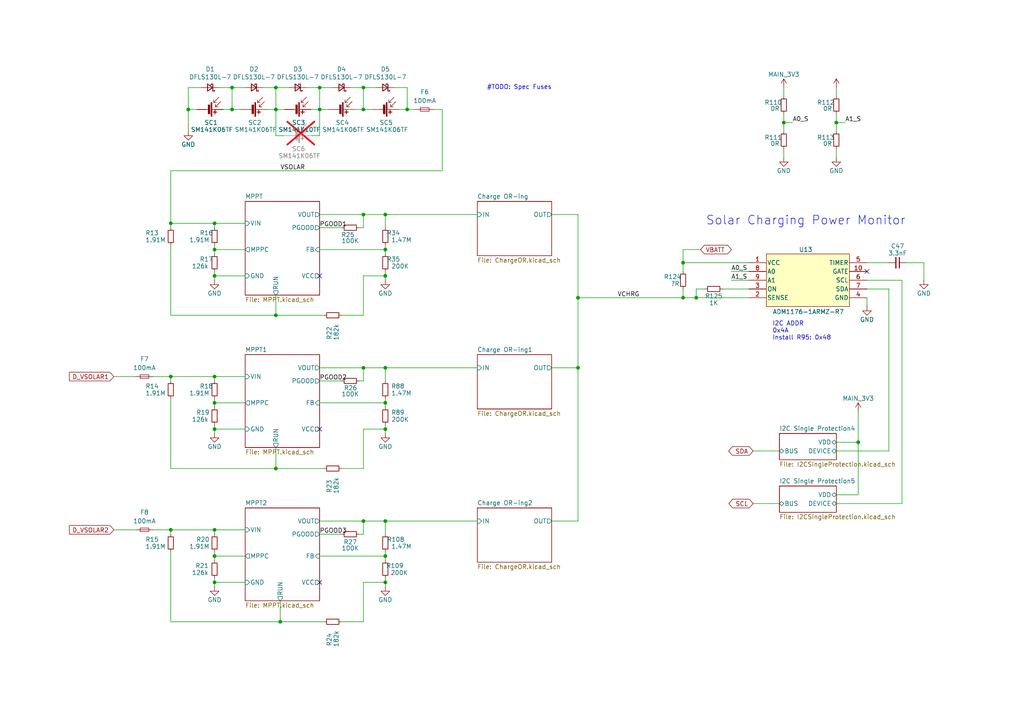
<source format=kicad_sch>
(kicad_sch (version 20231120) (generator "eeschema") (generator_version "8.0")
  (paper "A4")
  (lib_symbols
    (symbol "Argus-IC:ADM1176-1ARMZ-R7" (pin_names (offset 0.254))
      (property "Reference" "U9" (at 0 8.89 0))
      (property "Value" "ADM1176-1ARMZ-R7" (at 0.762 -9.144 0))
      (symbol "ADM1176-1ARMZ-R7_1_0"
        (pin unspecified line (at -16.51 5.08 0) (length 5.08) (name "VCC") (number "1"))
        (pin unspecified line (at 17.78 2.54 180) (length 5.08) (name "GATE") (number "10"))
        (pin unspecified line (at -16.51 -5.08 0) (length 5.08) (name "SENSE") (number "2"))
        (pin unspecified line (at -16.51 -2.54 0) (length 5.08) (name "ON") (number "3"))
        (pin unspecified line (at 17.78 -5.08 180) (length 5.08) (name "GND") (number "4"))
        (pin unspecified line (at 17.78 5.08 180) (length 5.08) (name "TIMER") (number "5"))
        (pin unspecified line (at 17.78 0 180) (length 5.08) (name "SCL") (number "6"))
        (pin unspecified line (at 17.78 -2.54 180) (length 5.08) (name "SDA") (number "7"))
        (pin unspecified line (at -16.51 2.54 0) (length 5.08) (name "A0") (number "8"))
        (pin unspecified line (at -16.51 0 0) (length 5.08) (name "A1") (number "9"))
      )
      (symbol "ADM1176-1ARMZ-R7_1_1"
        (rectangle (start -11.43 7.62) (end 12.7 -7.62) (fill (type background)))
      )
    )
    (symbol "Device:C_Small" (pin_numbers hide) (pin_names (offset 0.254) hide)
      (property "Reference" "C" (at 0.254 1.778 0))
      (property "Value" "C_Small" (at 0.254 -2.032 0))
      (symbol "C_Small_0_1"
        (polyline (pts (xy -1.524 -0.508) (xy 1.524 -0.508)) (stroke (width 0.3302)))
        (polyline (pts (xy -1.524 0.508) (xy 1.524 0.508)) (stroke (width 0.3048)))
      )
      (symbol "C_Small_1_1"
        (pin passive line (at 0 2.54 270) (length 2.032) (name "~") (number "1"))
        (pin passive line (at 0 -2.54 90) (length 2.032) (name "~") (number "2"))
      )
    )
    (symbol "Device:D_Schottky_Small" (pin_numbers hide) (pin_names (offset 0.254) hide)
      (property "Reference" "D" (at -1.27 2.032 0))
      (property "Value" "D_Schottky_Small" (at -7.112 -2.032 0))
      (symbol "D_Schottky_Small_0_1"
        (polyline (pts (xy -0.762 0) (xy 0.762 0)))
        (polyline (pts (xy 0.762 -1.016) (xy -0.762 0) (xy 0.762 1.016) (xy 0.762 -1.016)) (stroke (width 0.254)))
        (polyline (pts (xy -1.27 0.762) (xy -1.27 1.016) (xy -0.762 1.016) (xy -0.762 -1.016) (xy -0.254 -1.016) (xy -0.254 -0.762)) (stroke (width 0.254)))
      )
      (symbol "D_Schottky_Small_1_1"
        (pin passive line (at -2.54 0 0) (length 1.778) (name "K") (number "1"))
        (pin passive line (at 2.54 0 180) (length 1.778) (name "A") (number "2"))
      )
    )
    (symbol "Device:Fuse_Small" (pin_numbers hide) (pin_names (offset 0.254) hide)
      (property "Reference" "F" (at 0 -1.524 0))
      (property "Value" "Fuse_Small" (at 0 1.524 0))
      (symbol "Fuse_Small_0_1"
        (rectangle (start -1.27 0.508) (end 1.27 -0.508))
        (polyline (pts (xy -1.27 0) (xy 1.27 0)))
      )
      (symbol "Fuse_Small_1_1"
        (pin passive line (at -2.54 0 0) (length 1.27) (name "~") (number "1"))
        (pin passive line (at 2.54 0 180) (length 1.27) (name "~") (number "2"))
      )
    )
    (symbol "Device:R_Small" (pin_numbers hide) (pin_names (offset 0.254) hide)
      (property "Reference" "R" (at 0.762 0.508 0))
      (property "Value" "R_Small" (at 0.762 -1.016 0))
      (symbol "R_Small_0_1"
        (rectangle (start -0.762 1.778) (end 0.762 -1.778) (stroke (width 0.2032)))
      )
      (symbol "R_Small_1_1"
        (pin passive line (at 0 2.54 270) (length 0.762) (name "~") (number "1"))
        (pin passive line (at 0 -2.54 90) (length 0.762) (name "~") (number "2"))
      )
    )
    (symbol "Device:Solar_Cell" (pin_numbers hide) (pin_names (offset 0) hide)
      (property "Reference" "SC" (at 2.54 2.54 0))
      (property "Value" "Solar_Cell" (at 2.54 0 0))
      (symbol "Solar_Cell_0_1"
        (rectangle (start -2.032 1.778) (end 2.032 1.524) (fill (type outline)))
        (rectangle (start -1.3208 1.1938) (end 1.27 0.6858) (fill (type outline)))
        (polyline (pts (xy -2.032 2.286) (xy -3.556 3.81)))
        (polyline (pts (xy -0.762 2.794) (xy -2.286 4.318)))
        (polyline (pts (xy 0 0.762) (xy 0 0)))
        (polyline (pts (xy 0 1.778) (xy 0 2.54)))
        (polyline (pts (xy 0.254 2.667) (xy 1.27 2.667)) (stroke (width 0.254)))
        (polyline (pts (xy 0.762 3.175) (xy 0.762 2.159)) (stroke (width 0.254)))
        (polyline (pts (xy -2.032 3.048) (xy -2.032 2.286) (xy -2.794 2.286)))
        (polyline (pts (xy -0.762 3.556) (xy -0.762 2.794) (xy -1.524 2.794)))
      )
      (symbol "Solar_Cell_1_1"
        (pin passive line (at 0 5.08 270) (length 2.54) (name "+") (number "1"))
        (pin passive line (at 0 -2.54 90) (length 2.54) (name "-") (number "2"))
      )
    )
    (symbol "power:+3.3V" (power) (pin_numbers hide) (pin_names (offset 0) hide)
      (property "Value" "+3.3V" (at 0 3.556 0))
      (symbol "+3.3V_0_1"
        (polyline (pts (xy -0.762 1.27) (xy 0 2.54)))
        (polyline (pts (xy 0 0) (xy 0 2.54)))
        (polyline (pts (xy 0 2.54) (xy 0.762 1.27)))
      )
      (symbol "+3.3V_1_1"
        (pin power_in line (at 0 0 90) (length 0) (name "~") (number "1"))
      )
    )
    (symbol "power:GND" (power) (pin_numbers hide) (pin_names (offset 0) hide)
      (property "Value" "GND" (at 0 -3.81 0))
      (symbol "GND_0_1"
        (polyline (pts (xy 0 0) (xy 0 -1.27) (xy 1.27 -1.27) (xy 0 -2.54) (xy -1.27 -1.27) (xy 0 -1.27)))
      )
      (symbol "GND_1_1"
        (pin power_in line (at 0 0 270) (length 0) (name "~") (number "1"))
      )
    )
  )
  (junction (at 105.41 25.4))
  (junction (at 80.01 91.44))
  (junction (at 242.57 35.56))
  (junction (at 62.23 124.46))
  (junction (at 92.71 31.75))
  (junction (at 198.12 76.2))
  (junction (at 111.76 168.91))
  (junction (at 105.41 62.23))
  (junction (at 49.53 64.77))
  (junction (at 62.23 161.29))
  (junction (at 105.41 151.13))
  (junction (at 62.23 109.22))
  (junction (at 80.01 25.4))
  (junction (at 111.76 151.13))
  (junction (at 62.23 168.91))
  (junction (at 111.76 124.46))
  (junction (at 62.23 72.39))
  (junction (at 62.23 116.84))
  (junction (at 118.11 31.75))
  (junction (at 92.71 25.4))
  (junction (at 227.33 35.56))
  (junction (at 167.64 106.68))
  (junction (at 111.76 106.68))
  (junction (at 80.01 31.75))
  (junction (at 167.64 86.36))
  (junction (at 81.28 180.34))
  (junction (at 54.61 31.75))
  (junction (at 111.76 62.23))
  (junction (at 111.76 161.29))
  (junction (at 198.12 86.36))
  (junction (at 67.31 31.75))
  (junction (at 67.31 25.4))
  (junction (at 62.23 153.67))
  (junction (at 201.93 86.36))
  (junction (at 62.23 80.01))
  (junction (at 248.92 128.27))
  (junction (at 49.53 109.22))
  (junction (at 111.76 80.01))
  (junction (at 80.01 135.89))
  (junction (at 105.41 106.68))
  (junction (at 111.76 116.84))
  (junction (at 49.53 153.67))
  (junction (at 105.41 31.75))
  (junction (at 111.76 72.39))
  (junction (at 62.23 64.77))
  (no_connect (at 251.46 78.74))
  (no_connect (at 92.71 124.46))
  (no_connect (at 92.71 168.91))
  (no_connect (at 92.71 80.01))
  (wire (pts (xy 251.46 76.2) (xy 257.81 76.2)))
  (wire (pts (xy 111.76 161.29) (xy 111.76 162.56)))
  (wire (pts (xy 49.53 64.77) (xy 49.53 66.04)))
  (wire (pts (xy 62.23 116.84) (xy 71.12 116.84)))
  (wire (pts (xy 49.53 160.02) (xy 49.53 180.34)))
  (wire (pts (xy 242.57 35.56) (xy 242.57 38.1)))
  (wire (pts (xy 111.76 71.12) (xy 111.76 72.39)))
  (wire (pts (xy 104.14 66.04) (xy 105.41 66.04)))
  (wire (pts (xy 242.57 25.4) (xy 242.57 27.94)))
  (wire (pts (xy 62.23 71.12) (xy 62.23 72.39)))
  (wire (pts (xy 267.97 76.2) (xy 267.97 81.28)))
  (wire (pts (xy 257.81 83.82) (xy 257.81 130.81)))
  (wire (pts (xy 251.46 83.82) (xy 257.81 83.82)))
  (wire (pts (xy 62.23 115.57) (xy 62.23 116.84)))
  (wire (pts (xy 63.5 25.4) (xy 67.31 25.4)))
  (wire (pts (xy 105.41 106.68) (xy 105.41 110.49)))
  (wire (pts (xy 62.23 78.74) (xy 62.23 80.01)))
  (wire (pts (xy 62.23 109.22) (xy 62.23 110.49)))
  (wire (pts (xy 198.12 76.2) (xy 198.12 72.39)))
  (wire (pts (xy 226.06 146.05) (xy 218.44 146.05)))
  (wire (pts (xy 111.76 62.23) (xy 138.43 62.23)))
  (wire (pts (xy 49.53 153.67) (xy 62.23 153.67)))
  (wire (pts (xy 71.12 168.91) (xy 62.23 168.91)))
  (wire (pts (xy 80.01 85.598) (xy 80.01 91.44)))
  (wire (pts (xy 227.33 43.18) (xy 227.33 45.72)))
  (wire (pts (xy 33.02 109.22) (xy 39.37 109.22)))
  (wire (pts (xy 67.31 31.75) (xy 64.77 31.75)))
  (wire (pts (xy 105.41 91.44) (xy 105.41 80.01)))
  (wire (pts (xy 111.76 106.68) (xy 138.43 106.68)))
  (wire (pts (xy 90.17 39.37) (xy 92.71 39.37)))
  (wire (pts (xy 99.06 91.44) (xy 105.41 91.44)))
  (wire (pts (xy 251.46 81.28) (xy 261.62 81.28)))
  (wire (pts (xy 111.76 160.02) (xy 111.76 161.29)))
  (wire (pts (xy 44.45 109.22) (xy 49.53 109.22)))
  (wire (pts (xy 54.61 25.4) (xy 54.61 31.75)))
  (wire (pts (xy 67.31 25.4) (xy 67.31 31.75)))
  (wire (pts (xy 44.45 153.67) (xy 49.53 153.67)))
  (wire (pts (xy 114.3 25.4) (xy 118.11 25.4)))
  (wire (pts (xy 242.57 146.05) (xy 261.62 146.05)))
  (wire (pts (xy 198.12 76.2) (xy 198.12 78.74)))
  (wire (pts (xy 111.76 151.13) (xy 111.76 154.94)))
  (wire (pts (xy 77.47 31.75) (xy 80.01 31.75)))
  (wire (pts (xy 49.53 153.67) (xy 49.53 154.94)))
  (wire (pts (xy 111.76 78.74) (xy 111.76 80.01)))
  (wire (pts (xy 167.64 62.23) (xy 167.64 86.36)))
  (wire (pts (xy 118.11 31.75) (xy 118.11 25.4)))
  (wire (pts (xy 201.93 83.82) (xy 201.93 86.36)))
  (wire (pts (xy 111.76 123.19) (xy 111.76 124.46)))
  (wire (pts (xy 80.01 91.44) (xy 93.98 91.44)))
  (wire (pts (xy 92.71 154.94) (xy 99.06 154.94)))
  (wire (pts (xy 54.61 31.75) (xy 57.15 31.75)))
  (wire (pts (xy 111.76 72.39) (xy 111.76 73.66)))
  (wire (pts (xy 118.11 31.75) (xy 120.65 31.75)))
  (wire (pts (xy 167.64 151.13) (xy 160.02 151.13)))
  (wire (pts (xy 33.02 153.67) (xy 39.37 153.67)))
  (wire (pts (xy 62.23 168.91) (xy 62.23 170.18)))
  (wire (pts (xy 62.23 153.67) (xy 62.23 154.94)))
  (wire (pts (xy 92.71 116.84) (xy 111.76 116.84)))
  (wire (pts (xy 49.53 115.57) (xy 49.53 135.89)))
  (wire (pts (xy 92.71 31.75) (xy 95.25 31.75)))
  (wire (pts (xy 242.57 128.27) (xy 248.92 128.27)))
  (wire (pts (xy 62.23 116.84) (xy 62.23 118.11)))
  (wire (pts (xy 125.73 31.75) (xy 128.27 31.75)))
  (wire (pts (xy 76.2 25.4) (xy 80.01 25.4)))
  (wire (pts (xy 111.76 115.57) (xy 111.76 116.84)))
  (wire (pts (xy 111.76 116.84) (xy 111.76 118.11)))
  (wire (pts (xy 80.01 129.794) (xy 80.01 135.89)))
  (wire (pts (xy 105.41 25.4) (xy 105.41 31.75)))
  (wire (pts (xy 105.41 80.01) (xy 111.76 80.01)))
  (wire (pts (xy 88.9 25.4) (xy 92.71 25.4)))
  (wire (pts (xy 160.02 62.23) (xy 167.64 62.23)))
  (wire (pts (xy 248.92 143.51) (xy 242.57 143.51)))
  (wire (pts (xy 242.57 43.18) (xy 242.57 45.72)))
  (wire (pts (xy 49.53 109.22) (xy 49.53 110.49)))
  (wire (pts (xy 62.23 64.77) (xy 62.23 66.04)))
  (wire (pts (xy 49.53 91.44) (xy 80.01 91.44)))
  (wire (pts (xy 248.92 143.51) (xy 248.92 128.27)))
  (wire (pts (xy 62.23 72.39) (xy 71.12 72.39)))
  (wire (pts (xy 105.41 151.13) (xy 105.41 154.94)))
  (wire (pts (xy 80.01 31.75) (xy 80.01 25.4)))
  (wire (pts (xy 242.57 35.56) (xy 245.11 35.56)))
  (wire (pts (xy 99.06 135.89) (xy 105.41 135.89)))
  (wire (pts (xy 82.55 39.37) (xy 80.01 39.37)))
  (wire (pts (xy 105.41 168.91) (xy 111.76 168.91)))
  (wire (pts (xy 198.12 86.36) (xy 201.93 86.36)))
  (wire (pts (xy 105.41 106.68) (xy 111.76 106.68)))
  (wire (pts (xy 217.17 83.82) (xy 209.55 83.82)))
  (wire (pts (xy 62.23 160.02) (xy 62.23 161.29)))
  (wire (pts (xy 62.23 72.39) (xy 62.23 73.66)))
  (wire (pts (xy 105.41 180.34) (xy 105.41 168.91)))
  (wire (pts (xy 92.71 62.23) (xy 105.41 62.23)))
  (wire (pts (xy 201.93 86.36) (xy 217.17 86.36)))
  (wire (pts (xy 227.33 33.02) (xy 227.33 35.56)))
  (wire (pts (xy 92.71 31.75) (xy 90.17 31.75)))
  (wire (pts (xy 49.53 64.77) (xy 62.23 64.77)))
  (wire (pts (xy 80.01 39.37) (xy 80.01 31.75)))
  (wire (pts (xy 62.23 123.19) (xy 62.23 124.46)))
  (wire (pts (xy 204.47 83.82) (xy 201.93 83.82)))
  (wire (pts (xy 118.11 31.75) (xy 115.57 31.75)))
  (wire (pts (xy 71.12 80.01) (xy 62.23 80.01)))
  (wire (pts (xy 67.31 31.75) (xy 69.85 31.75)))
  (wire (pts (xy 92.71 72.39) (xy 111.76 72.39)))
  (wire (pts (xy 62.23 161.29) (xy 62.23 162.56)))
  (wire (pts (xy 105.41 151.13) (xy 111.76 151.13)))
  (wire (pts (xy 105.41 62.23) (xy 111.76 62.23)))
  (wire (pts (xy 105.41 135.89) (xy 105.41 124.46)))
  (wire (pts (xy 111.76 62.23) (xy 111.76 66.04)))
  (wire (pts (xy 267.97 76.2) (xy 262.89 76.2)))
  (wire (pts (xy 92.71 161.29) (xy 111.76 161.29)))
  (wire (pts (xy 105.41 25.4) (xy 109.22 25.4)))
  (wire (pts (xy 104.14 154.94) (xy 105.41 154.94)))
  (wire (pts (xy 62.23 64.77) (xy 71.12 64.77)))
  (wire (pts (xy 54.61 25.4) (xy 58.42 25.4)))
  (wire (pts (xy 92.71 106.68) (xy 105.41 106.68)))
  (wire (pts (xy 80.01 135.89) (xy 93.98 135.89)))
  (wire (pts (xy 105.41 31.75) (xy 107.95 31.75)))
  (wire (pts (xy 203.2 72.39) (xy 198.12 72.39)))
  (wire (pts (xy 62.23 153.67) (xy 71.12 153.67)))
  (wire (pts (xy 81.28 174.244) (xy 81.28 180.34)))
  (wire (pts (xy 62.23 124.46) (xy 62.23 125.73)))
  (wire (pts (xy 92.71 39.37) (xy 92.71 31.75)))
  (wire (pts (xy 212.09 81.28) (xy 217.17 81.28)))
  (wire (pts (xy 49.53 64.77) (xy 49.53 49.53)))
  (wire (pts (xy 49.53 180.34) (xy 81.28 180.34)))
  (wire (pts (xy 71.12 124.46) (xy 62.23 124.46)))
  (wire (pts (xy 92.71 151.13) (xy 105.41 151.13)))
  (wire (pts (xy 251.46 88.9) (xy 251.46 86.36)))
  (wire (pts (xy 111.76 106.68) (xy 111.76 110.49)))
  (wire (pts (xy 92.71 25.4) (xy 96.52 25.4)))
  (wire (pts (xy 92.71 66.04) (xy 99.06 66.04)))
  (wire (pts (xy 212.09 78.74) (xy 217.17 78.74)))
  (wire (pts (xy 105.41 124.46) (xy 111.76 124.46)))
  (wire (pts (xy 167.64 86.36) (xy 198.12 86.36)))
  (wire (pts (xy 227.33 35.56) (xy 229.87 35.56)))
  (wire (pts (xy 80.01 25.4) (xy 83.82 25.4)))
  (wire (pts (xy 167.64 86.36) (xy 167.64 106.68)))
  (wire (pts (xy 80.01 31.75) (xy 82.55 31.75)))
  (wire (pts (xy 160.02 106.68) (xy 167.64 106.68)))
  (wire (pts (xy 104.14 110.49) (xy 105.41 110.49)))
  (wire (pts (xy 49.53 109.22) (xy 62.23 109.22)))
  (wire (pts (xy 227.33 35.56) (xy 227.33 38.1)))
  (wire (pts (xy 101.6 25.4) (xy 105.41 25.4)))
  (wire (pts (xy 111.76 80.01) (xy 111.76 81.28)))
  (wire (pts (xy 67.31 25.4) (xy 71.12 25.4)))
  (wire (pts (xy 242.57 33.02) (xy 242.57 35.56)))
  (wire (pts (xy 62.23 167.64) (xy 62.23 168.91)))
  (wire (pts (xy 49.53 135.89) (xy 80.01 135.89)))
  (wire (pts (xy 167.64 106.68) (xy 167.64 151.13)))
  (wire (pts (xy 128.27 49.53) (xy 128.27 31.75)))
  (wire (pts (xy 62.23 109.22) (xy 71.12 109.22)))
  (wire (pts (xy 198.12 83.82) (xy 198.12 86.36)))
  (wire (pts (xy 248.92 119.38) (xy 248.92 128.27)))
  (wire (pts (xy 49.53 49.53) (xy 128.27 49.53)))
  (wire (pts (xy 111.76 167.64) (xy 111.76 168.91)))
  (wire (pts (xy 242.57 130.81) (xy 257.81 130.81)))
  (wire (pts (xy 102.87 31.75) (xy 105.41 31.75)))
  (wire (pts (xy 111.76 151.13) (xy 138.43 151.13)))
  (wire (pts (xy 54.61 31.75) (xy 54.61 38.1)))
  (wire (pts (xy 105.41 62.23) (xy 105.41 66.04)))
  (wire (pts (xy 92.71 25.4) (xy 92.71 31.75)))
  (wire (pts (xy 261.62 81.28) (xy 261.62 146.05)))
  (wire (pts (xy 81.28 180.34) (xy 93.98 180.34)))
  (wire (pts (xy 198.12 76.2) (xy 217.17 76.2)))
  (wire (pts (xy 111.76 168.91) (xy 111.76 170.18)))
  (wire (pts (xy 62.23 80.01) (xy 62.23 81.28)))
  (wire (pts (xy 227.33 25.4) (xy 227.33 27.94)))
  (wire (pts (xy 111.76 124.46) (xy 111.76 125.73)))
  (wire (pts (xy 226.06 130.81) (xy 218.44 130.81)))
  (wire (pts (xy 49.53 71.12) (xy 49.53 91.44)))
  (wire (pts (xy 99.06 180.34) (xy 105.41 180.34)))
  (wire (pts (xy 62.23 161.29) (xy 71.12 161.29)))
  (wire (pts (xy 92.71 110.49) (xy 99.06 110.49)))
  (text "I2C ADDR\n0x4A\nInstall R95: 0x48" (at 224.028 98.806 0) (effects (font (size 1.27 1.27)) (justify left bottom)))
  (text "#TODO: Spec Fuses" (at 150.622 25.4 0) (effects (font (size 1.27 1.27))))
  (text "Solar Charging Power Monitor" (at 204.724 65.532 0) (effects (font (size 2.54 2.54)) (justify left bottom)))
  (label "A0_S" (at 229.87 35.56 0))
  (label "A1_S" (at 245.11 35.56 0))
  (label "PGOOD3" (at 92.71 154.94 0))
  (label "VSOLAR" (at 81.28 49.53 0))
  (label "VCHRG" (at 179.07 86.36 0))
  (label "PGOOD1" (at 92.71 66.04 0))
  (label "A0_S" (at 212.09 78.74 0))
  (label "PGOOD2" (at 92.71 110.49 0))
  (label "A1_S" (at 212.09 81.28 0))
  (global_label "SDA" (shape bidirectional) (at 218.44 130.81 180) (property "Intersheetrefs" "${INTERSHEET_REFS}" (effects (hide yes))))
  (global_label "SCL" (shape bidirectional) (at 218.44 146.05 180) (property "Intersheetrefs" "${INTERSHEET_REFS}" (effects (hide yes))))
  (global_label "D_VSOLAR1" (shape input) (at 33.02 109.22 180) (property "Intersheetrefs" "${INTERSHEET_REFS}" (effects (hide yes))))
  (global_label "D_VSOLAR2" (shape input) (at 33.02 153.67 180) (property "Intersheetrefs" "${INTERSHEET_REFS}" (effects (hide yes))))
  (global_label "VBATT" (shape bidirectional) (at 203.2 72.39 0) (property "Intersheetrefs" "${INTERSHEET_REFS}" (effects (hide yes))))
  (symbol (lib_id "Device:D_Schottky_Small") (at 86.36 25.4 180) (unit 1)
    (property "Reference" "D3" (at 86.36 20.066 0))
    (property "Value" "DFLS130L-7" (at 86.36 22.352 0))
    (property "Footprint" "Diode_SMD:D_PowerDI-123" (effects (hide yes)))
    (property "Description" "Schottky diode, small symbol" (effects (hide yes)))
  )
  (symbol (lib_id "Device:R_Small") (at 101.6 66.04 90) (unit 1)
    (property "Reference" "R25" (at 102.87 68.072 90) (effects (justify left)))
    (property "Value" "100K" (at 104.14 69.85 90) (effects (justify left)))
    (property "Footprint" "Resistor_SMD:R_0603_1608Metric" (effects (hide yes)))
    (property "Description" "Resistor, small symbol" (effects (hide yes)))
  )
  (symbol (lib_id "Device:Solar_Cell") (at 97.79 31.75 270) (unit 1)
    (property "Reference" "SC4" (at 99.314 35.56 90))
    (property "Value" "SM141K06TF" (at 99.568 37.592 90))
    (property "Footprint" "Argus-Miscellaneous:SM141K06TF" (effects (hide yes)))
    (property "Description" "Single solar cell" (effects (hide yes)))
  )
  (symbol (lib_id "power:GND") (at 62.23 81.28 0) (unit 1)
    (property "Reference" "#PWR06" (effects (hide yes)))
    (property "Value" "GND" (at 62.23 85.09 0))
    (property "Description" "Power symbol creates a global label with name \"GND\" , ground" (effects (hide yes)))
  )
  (symbol (lib_id "power:GND") (at 111.76 125.73 0) (mirror y) (unit 1)
    (property "Reference" "#PWR013" (effects (hide yes)))
    (property "Value" "GND" (at 111.76 129.54 0))
    (property "Description" "Power symbol creates a global label with name \"GND\" , ground" (effects (hide yes)))
  )
  (symbol (lib_id "Argus-IC:ADM1176-1ARMZ-R7") (at 233.68 81.28 0) (unit 1)
    (property "Reference" "U13" (at 233.68 72.39 0))
    (property "Value" "ADM1176-1ARMZ-R7" (at 234.442 90.424 0))
    (property "Footprint" "Package_SO:MSOP-10_3x3mm_P0.5mm" (effects (hide yes)))
    (property "Flight" "ADM1176-1ARMZ-R7" (effects (hide yes)))
    (property "Manufacturer_Name" "Analog Devices Inc." (effects (hide yes)))
    (property "Manufacturer_Part_Number" "ADM1176-1ARMZ-R7" (effects (hide yes)))
    (property "Proto" "ADM1176-1ARMZ-R7" (effects (hide yes)))
  )
  (symbol (lib_id "Device:C_Small") (at 260.35 76.2 270) (unit 1)
    (property "Reference" "C47" (at 260.35 71.374 90))
    (property "Value" "3.3nF" (at 260.35 73.4314 90))
    (property "Footprint" "Capacitor_SMD:C_0603_1608Metric" (effects (hide yes)))
    (property "Description" "3.3nF +-10% 100V X7R 0603" (effects (hide yes)))
  )
  (symbol (lib_id "power:GND") (at 227.33 45.72 0) (unit 1)
    (property "Reference" "#PWR020" (effects (hide yes)))
    (property "Value" "GND" (at 227.33 49.53 0))
    (property "Description" "Power symbol creates a global label with name \"GND\" , ground" (effects (hide yes)))
  )
  (symbol (lib_id "Device:D_Schottky_Small") (at 73.66 25.4 180) (unit 1)
    (property "Reference" "D2" (at 73.66 20.066 0))
    (property "Value" "DFLS130L-7" (at 73.66 22.352 0))
    (property "Footprint" "Diode_SMD:D_PowerDI-123" (effects (hide yes)))
    (property "Description" "Schottky diode, small symbol" (effects (hide yes)))
  )
  (symbol (lib_id "Device:R_Small") (at 62.23 68.58 0) (unit 1)
    (property "Reference" "R16" (at 57.912 67.564 0) (effects (justify left)))
    (property "Value" "1.91M" (at 54.864 69.596 0) (effects (justify left)))
    (property "Footprint" "Resistor_SMD:R_0603_1608Metric" (effects (hide yes)))
    (property "Description" "Resistor, small symbol" (effects (hide yes)))
  )
  (symbol (lib_id "Device:D_Schottky_Small") (at 99.06 25.4 180) (unit 1)
    (property "Reference" "D4" (at 99.06 20.066 0))
    (property "Value" "DFLS130L-7" (at 99.06 22.352 0))
    (property "Footprint" "Diode_SMD:D_PowerDI-123" (effects (hide yes)))
    (property "Description" "Schottky diode, small symbol" (effects (hide yes)))
  )
  (symbol (lib_id "power:+3.3V") (at 227.33 25.4 0) (unit 1)
    (property "Reference" "#PWR018" (effects (hide yes)))
    (property "Value" "MAIN_3V3" (at 227.33 21.59 0))
    (property "Description" "Power symbol creates a global label with name \"+3.3V\"" (effects (hide yes)))
  )
  (symbol (lib_id "Device:R_Small") (at 207.01 83.82 90) (mirror x) (unit 1)
    (property "Reference" "R125" (at 207.01 85.852 90))
    (property "Value" "1K" (at 207.01 87.884 90))
    (property "Footprint" "Resistor_SMD:R_0603_1608Metric" (effects (hide yes)))
    (property "Description" "Resistor, small symbol" (effects (hide yes)))
  )
  (symbol (lib_id "power:+3.3V") (at 242.57 25.4 0) (unit 1)
    (property "Reference" "#PWR021" (effects (hide yes)))
    (property "Value" "MAIN_3V3" (effects (hide yes)))
    (property "Description" "Power symbol creates a global label with name \"+3.3V\"" (effects (hide yes)))
  )
  (symbol (lib_id "power:GND") (at 251.46 88.9 0) (unit 1)
    (property "Reference" "#PWR056" (effects (hide yes)))
    (property "Value" "GND" (at 251.46 92.71 0))
    (property "Description" "Power symbol creates a global label with name \"GND\" , ground" (effects (hide yes)))
  )
  (symbol (lib_id "Device:R_Small") (at 62.23 157.48 0) (unit 1)
    (property "Reference" "R20" (at 56.896 156.464 0) (effects (justify left)))
    (property "Value" "1.91M" (at 54.864 158.496 0) (effects (justify left)))
    (property "Footprint" "Resistor_SMD:R_0603_1608Metric" (effects (hide yes)))
    (property "Description" "Resistor, small symbol" (effects (hide yes)))
  )
  (symbol (lib_id "Device:R_Small") (at 62.23 165.1 0) (unit 1)
    (property "Reference" "R21" (at 56.642 164.084 0) (effects (justify left)))
    (property "Value" "126k" (at 55.626 166.116 0) (effects (justify left)))
    (property "Footprint" "Resistor_SMD:R_0603_1608Metric" (effects (hide yes)))
    (property "Description" "Resistor, small symbol" (effects (hide yes)))
  )
  (symbol (lib_id "Device:Solar_Cell") (at 85.09 39.37 270) (unit 1) (dnp yes)
    (property "Reference" "SC6" (at 86.614 43.18 90))
    (property "Value" "SM141K06TF" (at 86.868 45.212 90))
    (property "Footprint" "Argus-Miscellaneous:SM141K06TF" (effects (hide yes)))
    (property "Description" "Single solar cell" (effects (hide yes)))
  )
  (symbol (lib_id "Device:R_Small") (at 111.76 68.58 0) (mirror y) (unit 1)
    (property "Reference" "R34" (at 116.078 67.564 0) (effects (justify left)))
    (property "Value" "1.47M" (at 119.38 69.596 0) (effects (justify left)))
    (property "Footprint" "Resistor_SMD:R_0603_1608Metric" (effects (hide yes)))
    (property "Description" "Resistor, small symbol" (effects (hide yes)))
  )
  (symbol (lib_id "Device:R_Small") (at 96.52 180.34 90) (unit 1)
    (property "Reference" "R24" (at 95.504 187.452 0) (effects (justify left)))
    (property "Value" "182k" (at 97.536 187.706 0) (effects (justify left)))
    (property "Footprint" "Resistor_SMD:R_0603_1608Metric" (effects (hide yes)))
    (property "Description" "Resistor, small symbol" (effects (hide yes)))
  )
  (symbol (lib_id "Device:Fuse_Small") (at 41.91 153.67 180) (unit 1)
    (property "Reference" "F8" (at 41.91 148.59 0))
    (property "Value" "100mA" (at 41.91 151.13 0))
    (property "Footprint" "Fuse:Fuse_0603_1608Metric" (effects (hide yes)))
    (property "Description" "Fuse, small symbol" (effects (hide yes)))
  )
  (symbol (lib_id "Device:R_Small") (at 227.33 30.48 0) (mirror x) (unit 1)
    (property "Reference" "R110" (at 224.282 29.718 0))
    (property "Value" "0R" (at 224.79 31.496 0))
    (property "Footprint" "Resistor_SMD:R_0603_1608Metric" (effects (hide yes)))
    (property "Description" "Resistor, small symbol" (effects (hide yes)))
  )
  (symbol (lib_id "Device:Fuse_Small") (at 41.91 109.22 180) (unit 1)
    (property "Reference" "F7" (at 41.91 104.14 0))
    (property "Value" "100mA" (at 41.91 106.68 0))
    (property "Footprint" "Fuse:Fuse_0603_1608Metric" (effects (hide yes)))
    (property "Description" "Fuse, small symbol" (effects (hide yes)))
  )
  (symbol (lib_id "Device:R_Small") (at 49.53 157.48 0) (unit 1)
    (property "Reference" "R15" (at 42.164 156.464 0) (effects (justify left)))
    (property "Value" "1.91M" (at 42.164 158.496 0) (effects (justify left)))
    (property "Footprint" "Resistor_SMD:R_0603_1608Metric" (effects (hide yes)))
    (property "Description" "Resistor, small symbol" (effects (hide yes)))
  )
  (symbol (lib_id "Device:R_Small") (at 111.76 113.03 0) (mirror y) (unit 1)
    (property "Reference" "R88" (at 117.348 112.014 0) (effects (justify left)))
    (property "Value" "1.47M" (at 119.38 114.046 0) (effects (justify left)))
    (property "Footprint" "Resistor_SMD:R_0603_1608Metric" (effects (hide yes)))
    (property "Description" "Resistor, small symbol" (effects (hide yes)))
  )
  (symbol (lib_id "Device:R_Small") (at 96.52 91.44 90) (unit 1)
    (property "Reference" "R22" (at 95.504 98.552 0) (effects (justify left)))
    (property "Value" "182k" (at 97.536 98.806 0) (effects (justify left)))
    (property "Footprint" "Resistor_SMD:R_0603_1608Metric" (effects (hide yes)))
    (property "Description" "Resistor, small symbol" (effects (hide yes)))
  )
  (symbol (lib_id "power:GND") (at 62.23 125.73 0) (unit 1)
    (property "Reference" "#PWR07" (effects (hide yes)))
    (property "Value" "GND" (at 62.23 129.54 0))
    (property "Description" "Power symbol creates a global label with name \"GND\" , ground" (effects (hide yes)))
  )
  (symbol (lib_id "power:GND") (at 62.23 170.18 0) (unit 1)
    (property "Reference" "#PWR08" (effects (hide yes)))
    (property "Value" "GND" (at 62.23 173.99 0))
    (property "Description" "Power symbol creates a global label with name \"GND\" , ground" (effects (hide yes)))
  )
  (symbol (lib_id "power:GND") (at 242.57 45.72 0) (unit 1)
    (property "Reference" "#PWR052" (effects (hide yes)))
    (property "Value" "GND" (at 242.57 49.53 0))
    (property "Description" "Power symbol creates a global label with name \"GND\" , ground" (effects (hide yes)))
  )
  (symbol (lib_id "Device:R_Small") (at 242.57 40.64 0) (mirror x) (unit 1)
    (property "Reference" "R113" (at 239.522 39.878 0))
    (property "Value" "0R" (at 240.03 41.656 0))
    (property "Footprint" "Resistor_SMD:R_0603_1608Metric" (effects (hide yes)))
    (property "Description" "Resistor, small symbol" (effects (hide yes)))
  )
  (symbol (lib_id "Device:R_Small") (at 101.6 110.49 90) (unit 1)
    (property "Reference" "R26" (at 103.632 112.522 90) (effects (justify left)))
    (property "Value" "100K" (at 104.14 114.3 90) (effects (justify left)))
    (property "Footprint" "Resistor_SMD:R_0603_1608Metric" (effects (hide yes)))
    (property "Description" "Resistor, small symbol" (effects (hide yes)))
  )
  (symbol (lib_id "Device:R_Small") (at 62.23 113.03 0) (unit 1)
    (property "Reference" "R18" (at 57.912 112.014 0) (effects (justify left)))
    (property "Value" "1.91M" (at 54.864 114.046 0) (effects (justify left)))
    (property "Footprint" "Resistor_SMD:R_0603_1608Metric" (effects (hide yes)))
    (property "Description" "Resistor, small symbol" (effects (hide yes)))
  )
  (symbol (lib_id "power:GND") (at 267.97 81.28 0) (unit 1)
    (property "Reference" "#PWR057" (effects (hide yes)))
    (property "Value" "GND" (at 267.97 85.09 0))
    (property "Description" "Power symbol creates a global label with name \"GND\" , ground" (effects (hide yes)))
  )
  (symbol (lib_id "Device:R_Small") (at 111.76 165.1 0) (mirror y) (unit 1)
    (property "Reference" "R109" (at 117.094 164.084 0) (effects (justify left)))
    (property "Value" "200K" (at 118.364 166.116 0) (effects (justify left)))
    (property "Footprint" "Resistor_SMD:R_0603_1608Metric" (effects (hide yes)))
    (property "Description" "Resistor, small symbol" (effects (hide yes)))
  )
  (symbol (lib_id "Device:R_Small") (at 227.33 40.64 0) (mirror x) (unit 1)
    (property "Reference" "R111" (at 224.282 39.878 0))
    (property "Value" "0R" (at 224.79 41.656 0))
    (property "Footprint" "Resistor_SMD:R_0603_1608Metric" (effects (hide yes)))
    (property "Description" "Resistor, small symbol" (effects (hide yes)))
  )
  (symbol (lib_id "Device:R_Small") (at 62.23 120.65 0) (unit 1)
    (property "Reference" "R19" (at 56.896 119.634 0) (effects (justify left)))
    (property "Value" "126k" (at 55.626 121.666 0) (effects (justify left)))
    (property "Footprint" "Resistor_SMD:R_0603_1608Metric" (effects (hide yes)))
    (property "Description" "Resistor, small symbol" (effects (hide yes)))
  )
  (symbol (lib_id "Device:Fuse_Small") (at 123.19 31.75 180) (unit 1)
    (property "Reference" "F6" (at 123.19 26.67 0))
    (property "Value" "100mA" (at 123.19 29.21 0))
    (property "Footprint" "Fuse:Fuse_0603_1608Metric" (effects (hide yes)))
    (property "Description" "Fuse, small symbol" (effects (hide yes)))
  )
  (symbol (lib_id "power:GND") (at 111.76 81.28 0) (mirror y) (unit 1)
    (property "Reference" "#PWR09" (effects (hide yes)))
    (property "Value" "GND" (at 111.76 85.09 0))
    (property "Description" "Power symbol creates a global label with name \"GND\" , ground" (effects (hide yes)))
  )
  (symbol (lib_id "Device:R_Small") (at 111.76 76.2 0) (mirror y) (unit 1)
    (property "Reference" "R35" (at 116.078 75.184 0) (effects (justify left)))
    (property "Value" "200K" (at 118.618 77.216 0) (effects (justify left)))
    (property "Footprint" "Resistor_SMD:R_0603_1608Metric" (effects (hide yes)))
    (property "Description" "Resistor, small symbol" (effects (hide yes)))
  )
  (symbol (lib_id "Device:Solar_Cell") (at 110.49 31.75 270) (unit 1)
    (property "Reference" "SC5" (at 112.014 35.56 90))
    (property "Value" "SM141K06TF" (at 112.268 37.592 90))
    (property "Footprint" "Argus-Miscellaneous:SM141K06TF" (effects (hide yes)))
    (property "Description" "Single solar cell" (effects (hide yes)))
  )
  (symbol (lib_id "power:+3.3V") (at 248.92 119.38 0) (mirror y) (unit 1)
    (property "Reference" "#PWR060" (effects (hide yes)))
    (property "Value" "MAIN_3V3" (at 248.92 115.57 0))
    (property "Description" "Power symbol creates a global label with name \"+3.3V\"" (effects (hide yes)))
  )
  (symbol (lib_id "Device:R_Small") (at 242.57 30.48 0) (mirror x) (unit 1)
    (property "Reference" "R112" (at 239.522 29.718 0))
    (property "Value" "0R" (at 240.03 31.496 0))
    (property "Footprint" "Resistor_SMD:R_0603_1608Metric" (effects (hide yes)))
    (property "Description" "Resistor, small symbol" (effects (hide yes)))
  )
  (symbol (lib_id "Device:D_Schottky_Small") (at 60.96 25.4 180) (unit 1)
    (property "Reference" "D1" (at 60.96 20.066 0))
    (property "Value" "DFLS130L-7" (at 60.96 22.352 0))
    (property "Footprint" "Diode_SMD:D_PowerDI-123" (effects (hide yes)))
    (property "Description" "Schottky diode, small symbol" (effects (hide yes)))
  )
  (symbol (lib_id "Device:Solar_Cell") (at 59.69 31.75 270) (unit 1)
    (property "Reference" "SC1" (at 61.214 35.56 90))
    (property "Value" "SM141K06TF" (at 61.468 37.592 90))
    (property "Footprint" "Argus-Miscellaneous:SM141K06TF" (effects (hide yes)))
    (property "Description" "Single solar cell" (effects (hide yes)))
  )
  (symbol (lib_id "power:GND") (at 111.76 170.18 0) (mirror y) (unit 1)
    (property "Reference" "#PWR016" (effects (hide yes)))
    (property "Value" "GND" (at 111.76 173.99 0))
    (property "Description" "Power symbol creates a global label with name \"GND\" , ground" (effects (hide yes)))
  )
  (symbol (lib_id "Device:R_Small") (at 111.76 157.48 0) (mirror y) (unit 1)
    (property "Reference" "R108" (at 117.348 156.464 0) (effects (justify left)))
    (property "Value" "1.47M" (at 119.38 158.496 0) (effects (justify left)))
    (property "Footprint" "Resistor_SMD:R_0603_1608Metric" (effects (hide yes)))
    (property "Description" "Resistor, small symbol" (effects (hide yes)))
  )
  (symbol (lib_id "Device:R_Small") (at 49.53 113.03 0) (unit 1)
    (property "Reference" "R14" (at 42.164 112.014 0) (effects (justify left)))
    (property "Value" "1.91M" (at 42.164 114.046 0) (effects (justify left)))
    (property "Footprint" "Resistor_SMD:R_0603_1608Metric" (effects (hide yes)))
    (property "Description" "Resistor, small symbol" (effects (hide yes)))
  )
  (symbol (lib_id "Device:R_Small") (at 96.52 135.89 90) (unit 1)
    (property "Reference" "R23" (at 95.504 143.002 0) (effects (justify left)))
    (property "Value" "182k" (at 97.536 143.256 0) (effects (justify left)))
    (property "Footprint" "Resistor_SMD:R_0603_1608Metric" (effects (hide yes)))
    (property "Description" "Resistor, small symbol" (effects (hide yes)))
  )
  (symbol (lib_id "Device:D_Schottky_Small") (at 111.76 25.4 180) (unit 1)
    (property "Reference" "D5" (at 111.76 20.066 0))
    (property "Value" "DFLS130L-7" (at 111.76 22.352 0))
    (property "Footprint" "Diode_SMD:D_PowerDI-123" (effects (hide yes)))
    (property "Description" "Schottky diode, small symbol" (effects (hide yes)))
  )
  (symbol (lib_id "Device:Solar_Cell") (at 72.39 31.75 270) (unit 1)
    (property "Reference" "SC2" (at 73.914 35.56 90))
    (property "Value" "SM141K06TF" (at 74.168 37.592 90))
    (property "Footprint" "Argus-Miscellaneous:SM141K06TF" (effects (hide yes)))
    (property "Description" "Single solar cell" (effects (hide yes)))
  )
  (symbol (lib_id "Device:Solar_Cell") (at 85.09 31.75 270) (unit 1)
    (property "Reference" "SC3" (at 86.614 35.56 90))
    (property "Value" "SM141K10TF" (at 86.868 37.592 90))
    (property "Footprint" "Argus-Miscellaneous:SM141K10TF" (effects (hide yes)))
    (property "Description" "Single solar cell" (effects (hide yes)))
  )
  (symbol (lib_id "Device:R_Small") (at 198.12 81.28 0) (mirror x) (unit 1)
    (property "Reference" "R124" (at 195.072 80.264 0))
    (property "Value" "?R" (at 195.834 82.296 0))
    (property "Footprint" "Resistor_SMD:R_2512_6332Metric" (effects (hide yes)))
    (property "Description" "Resistor, small symbol" (effects (hide yes)))
  )
  (symbol (lib_id "Device:R_Small") (at 62.23 76.2 0) (unit 1)
    (property "Reference" "R17" (at 57.912 75.184 0) (effects (justify left)))
    (property "Value" "126k" (at 55.626 77.216 0) (effects (justify left)))
    (property "Footprint" "Resistor_SMD:R_0603_1608Metric" (effects (hide yes)))
    (property "Description" "Resistor, small symbol" (effects (hide yes)))
  )
  (symbol (lib_id "Device:R_Small") (at 101.6 154.94 90) (unit 1)
    (property "Reference" "R27" (at 101.6 157.226 90))
    (property "Value" "100K" (at 101.6 159.004 90))
    (property "Footprint" "Resistor_SMD:R_0603_1608Metric" (effects (hide yes)))
    (property "Description" "Resistor, small symbol" (effects (hide yes)))
  )
  (symbol (lib_id "power:GND") (at 54.61 38.1 0) (unit 1)
    (property "Reference" "#PWR04" (effects (hide yes)))
    (property "Value" "GND" (at 54.61 41.91 0))
    (property "Description" "Power symbol creates a global label with name \"GND\" , ground" (effects (hide yes)))
  )
  (symbol (lib_id "Device:R_Small") (at 111.76 120.65 0) (mirror y) (unit 1)
    (property "Reference" "R89" (at 117.348 119.634 0) (effects (justify left)))
    (property "Value" "200K" (at 118.618 121.666 0) (effects (justify left)))
    (property "Footprint" "Resistor_SMD:R_0603_1608Metric" (effects (hide yes)))
    (property "Description" "Resistor, small symbol" (effects (hide yes)))
  )
  (symbol (lib_id "Device:R_Small") (at 49.53 68.58 0) (unit 1)
    (property "Reference" "R13" (at 42.164 67.564 0) (effects (justify left)))
    (property "Value" "1.91M" (at 42.164 69.596 0) (effects (justify left)))
    (property "Footprint" "Resistor_SMD:R_0603_1608Metric" (effects (hide yes)))
    (property "Description" "Resistor, small symbol" (effects (hide yes)))
  )
  (sheet (at 138.43 102.87) (size 21.59 15.748) (stroke (width 0.1524))
    (property "Sheetname" "Charge OR-ing1" (at 138.43 102.1584 0) (effects (justify left bottom)))
    (property "Sheetfile" "ChargeOR.kicad_sch" (at 138.43 119.2026 0) (effects (justify left top)))
    (pin "IN" input (at 138.43 106.68 180))
    (pin "OUT" output (at 160.02 106.68 0))
  )
  (sheet (at 226.06 125.73) (size 16.51 7.62) (stroke (width 0.1524))
    (property "Sheetname" "I2C Single Protection4" (at 226.06 125.0184 0) (effects (justify left bottom)))
    (property "Sheetfile" "I2CSingleProtection.kicad_sch" (at 226.06 133.9346 0) (effects (justify left top)))
    (pin "DEVICE" bidirectional (at 242.57 130.81 0))
    (pin "BUS" bidirectional (at 226.06 130.81 180))
    (pin "VDD" bidirectional (at 242.57 128.27 0))
  )
  (sheet (at 71.12 58.42) (size 21.59 27.178) (stroke (width 0.1524))
    (property "Sheetname" "MPPT" (at 71.12 57.7084 0) (effects (justify left bottom)))
    (property "Sheetfile" "MPPT.kicad_sch" (at 71.12 86.1826 0) (effects (justify left top)))
    (pin "VIN" input (at 71.12 64.77 180))
    (pin "GND" input (at 71.12 80.01 180))
    (pin "FB" input (at 92.71 72.39 0))
    (pin "VCC" output (at 92.71 80.01 0))
    (pin "PGOOD" output (at 92.71 66.04 0))
    (pin "VOUT" output (at 92.71 62.23 0))
    (pin "MPPC" output (at 71.12 72.39 180))
    (pin "RUN" output (at 80.01 85.598 270))
  )
  (sheet (at 138.43 58.42) (size 21.59 15.748) (stroke (width 0.1524))
    (property "Sheetname" "Charge OR-ing" (at 138.43 57.7084 0) (effects (justify left bottom)))
    (property "Sheetfile" "ChargeOR.kicad_sch" (at 138.43 74.7526 0) (effects (justify left top)))
    (pin "IN" input (at 138.43 62.23 180))
    (pin "OUT" output (at 160.02 62.23 0))
  )
  (sheet (at 71.12 147.32) (size 21.59 26.924) (stroke (width 0.1524))
    (property "Sheetname" "MPPT2" (at 71.12 146.6084 0) (effects (justify left bottom)))
    (property "Sheetfile" "MPPT.kicad_sch" (at 71.12 174.8286 0) (effects (justify left top)))
    (pin "VIN" input (at 71.12 153.67 180))
    (pin "GND" input (at 71.12 168.91 180))
    (pin "FB" input (at 92.71 161.29 0))
    (pin "VCC" output (at 92.71 168.91 0))
    (pin "PGOOD" output (at 92.71 154.94 0))
    (pin "VOUT" output (at 92.71 151.13 0))
    (pin "MPPC" output (at 71.12 161.29 180))
    (pin "RUN" output (at 81.28 174.244 270))
  )
  (sheet (at 71.12 102.87) (size 21.59 26.924) (stroke (width 0.1524))
    (property "Sheetname" "MPPT1" (at 71.12 102.1584 0) (effects (justify left bottom)))
    (property "Sheetfile" "MPPT.kicad_sch" (at 71.12 130.3786 0) (effects (justify left top)))
    (pin "VIN" input (at 71.12 109.22 180))
    (pin "GND" input (at 71.12 124.46 180))
    (pin "FB" input (at 92.71 116.84 0))
    (pin "VCC" output (at 92.71 124.46 0))
    (pin "PGOOD" output (at 92.71 110.49 0))
    (pin "VOUT" output (at 92.71 106.68 0))
    (pin "MPPC" output (at 71.12 116.84 180))
    (pin "RUN" output (at 80.01 129.794 270))
  )
  (sheet (at 226.06 140.97) (size 16.51 7.62) (stroke (width 0.1524))
    (property "Sheetname" "I2C Single Protection5" (at 226.06 140.2584 0) (effects (justify left bottom)))
    (property "Sheetfile" "I2CSingleProtection.kicad_sch" (at 226.06 149.1746 0) (effects (justify left top)))
    (pin "DEVICE" bidirectional (at 242.57 146.05 0))
    (pin "BUS" bidirectional (at 226.06 146.05 180))
    (pin "VDD" bidirectional (at 242.57 143.51 0))
  )
  (sheet (at 138.43 147.32) (size 21.59 15.748) (stroke (width 0.1524))
    (property "Sheetname" "Charge OR-ing2" (at 138.43 146.6084 0) (effects (justify left bottom)))
    (property "Sheetfile" "ChargeOR.kicad_sch" (at 138.43 163.6526 0) (effects (justify left top)))
    (pin "IN" input (at 138.43 151.13 180))
    (pin "OUT" output (at 160.02 151.13 0))
  )
)
</source>
